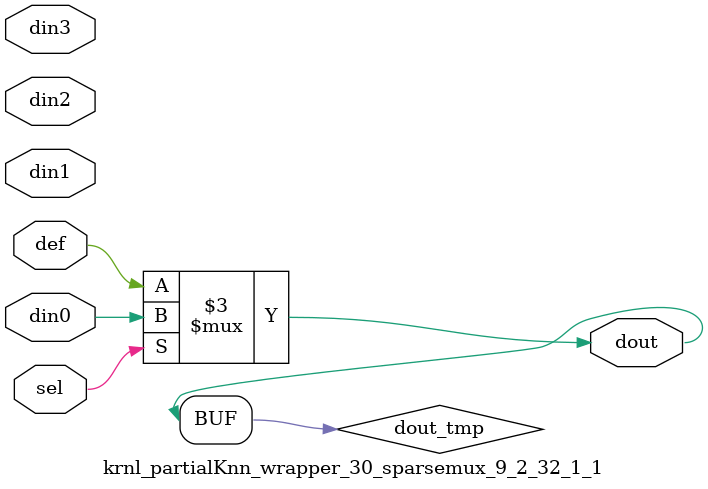
<source format=v>
`timescale 1 ns / 1 ps
module krnl_partialKnn_wrapper_30_sparsemux_9_2_32_1_1 (din0,din1,din2,din3,def,sel,dout);
parameter din0_WIDTH = 1;
parameter din1_WIDTH = 1;
parameter din2_WIDTH = 1;
parameter din3_WIDTH = 1;
parameter def_WIDTH = 1;
parameter sel_WIDTH = 1;
parameter dout_WIDTH = 1;
parameter [sel_WIDTH-1:0] CASE0 = 1;
parameter [sel_WIDTH-1:0] CASE1 = 1;
parameter [sel_WIDTH-1:0] CASE2 = 1;
parameter [sel_WIDTH-1:0] CASE3 = 1;
parameter ID = 1;
parameter NUM_STAGE = 1;
input [din0_WIDTH-1:0] din0;
input [din1_WIDTH-1:0] din1;
input [din2_WIDTH-1:0] din2;
input [din3_WIDTH-1:0] din3;
input [def_WIDTH-1:0] def;
input [sel_WIDTH-1:0] sel;
output [dout_WIDTH-1:0] dout;
reg [dout_WIDTH-1:0] dout_tmp;
always @ (*) begin
case (sel)
    
    CASE0 : dout_tmp = din0;
    
    CASE1 : dout_tmp = din1;
    
    CASE2 : dout_tmp = din2;
    
    CASE3 : dout_tmp = din3;
    
    default : dout_tmp = def;
endcase
end
assign dout = dout_tmp;
endmodule
</source>
